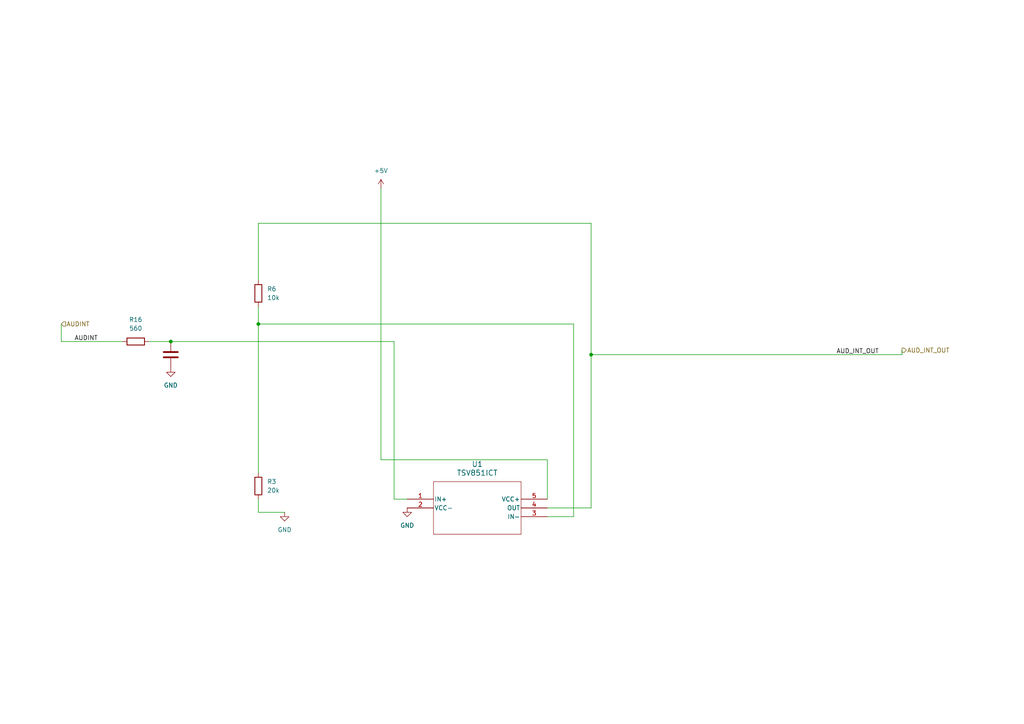
<source format=kicad_sch>
(kicad_sch
	(version 20250114)
	(generator "eeschema")
	(generator_version "9.0")
	(uuid "0d9d09b5-90ba-4c19-8042-ba33067acef6")
	(paper "A4")
	(lib_symbols
		(symbol "Device:C"
			(pin_numbers
				(hide yes)
			)
			(pin_names
				(offset 0.254)
			)
			(exclude_from_sim no)
			(in_bom yes)
			(on_board yes)
			(property "Reference" "C"
				(at 0.635 2.54 0)
				(effects
					(font
						(size 1.27 1.27)
					)
					(justify left)
				)
			)
			(property "Value" "C"
				(at 0.635 -2.54 0)
				(effects
					(font
						(size 1.27 1.27)
					)
					(justify left)
				)
			)
			(property "Footprint" ""
				(at 0.9652 -3.81 0)
				(effects
					(font
						(size 1.27 1.27)
					)
					(hide yes)
				)
			)
			(property "Datasheet" "~"
				(at 0 0 0)
				(effects
					(font
						(size 1.27 1.27)
					)
					(hide yes)
				)
			)
			(property "Description" "Unpolarized capacitor"
				(at 0 0 0)
				(effects
					(font
						(size 1.27 1.27)
					)
					(hide yes)
				)
			)
			(property "ki_keywords" "cap capacitor"
				(at 0 0 0)
				(effects
					(font
						(size 1.27 1.27)
					)
					(hide yes)
				)
			)
			(property "ki_fp_filters" "C_*"
				(at 0 0 0)
				(effects
					(font
						(size 1.27 1.27)
					)
					(hide yes)
				)
			)
			(symbol "C_0_1"
				(polyline
					(pts
						(xy -2.032 0.762) (xy 2.032 0.762)
					)
					(stroke
						(width 0.508)
						(type default)
					)
					(fill
						(type none)
					)
				)
				(polyline
					(pts
						(xy -2.032 -0.762) (xy 2.032 -0.762)
					)
					(stroke
						(width 0.508)
						(type default)
					)
					(fill
						(type none)
					)
				)
			)
			(symbol "C_1_1"
				(pin passive line
					(at 0 3.81 270)
					(length 2.794)
					(name "~"
						(effects
							(font
								(size 1.27 1.27)
							)
						)
					)
					(number "1"
						(effects
							(font
								(size 1.27 1.27)
							)
						)
					)
				)
				(pin passive line
					(at 0 -3.81 90)
					(length 2.794)
					(name "~"
						(effects
							(font
								(size 1.27 1.27)
							)
						)
					)
					(number "2"
						(effects
							(font
								(size 1.27 1.27)
							)
						)
					)
				)
			)
			(embedded_fonts no)
		)
		(symbol "Device:R"
			(pin_numbers
				(hide yes)
			)
			(pin_names
				(offset 0)
			)
			(exclude_from_sim no)
			(in_bom yes)
			(on_board yes)
			(property "Reference" "R"
				(at 2.032 0 90)
				(effects
					(font
						(size 1.27 1.27)
					)
				)
			)
			(property "Value" "R"
				(at 0 0 90)
				(effects
					(font
						(size 1.27 1.27)
					)
				)
			)
			(property "Footprint" ""
				(at -1.778 0 90)
				(effects
					(font
						(size 1.27 1.27)
					)
					(hide yes)
				)
			)
			(property "Datasheet" "~"
				(at 0 0 0)
				(effects
					(font
						(size 1.27 1.27)
					)
					(hide yes)
				)
			)
			(property "Description" "Resistor"
				(at 0 0 0)
				(effects
					(font
						(size 1.27 1.27)
					)
					(hide yes)
				)
			)
			(property "ki_keywords" "R res resistor"
				(at 0 0 0)
				(effects
					(font
						(size 1.27 1.27)
					)
					(hide yes)
				)
			)
			(property "ki_fp_filters" "R_*"
				(at 0 0 0)
				(effects
					(font
						(size 1.27 1.27)
					)
					(hide yes)
				)
			)
			(symbol "R_0_1"
				(rectangle
					(start -1.016 -2.54)
					(end 1.016 2.54)
					(stroke
						(width 0.254)
						(type default)
					)
					(fill
						(type none)
					)
				)
			)
			(symbol "R_1_1"
				(pin passive line
					(at 0 3.81 270)
					(length 1.27)
					(name "~"
						(effects
							(font
								(size 1.27 1.27)
							)
						)
					)
					(number "1"
						(effects
							(font
								(size 1.27 1.27)
							)
						)
					)
				)
				(pin passive line
					(at 0 -3.81 90)
					(length 1.27)
					(name "~"
						(effects
							(font
								(size 1.27 1.27)
							)
						)
					)
					(number "2"
						(effects
							(font
								(size 1.27 1.27)
							)
						)
					)
				)
			)
			(embedded_fonts no)
		)
		(symbol "power:+5V"
			(power)
			(pin_numbers
				(hide yes)
			)
			(pin_names
				(offset 0)
				(hide yes)
			)
			(exclude_from_sim no)
			(in_bom yes)
			(on_board yes)
			(property "Reference" "#PWR"
				(at 0 -3.81 0)
				(effects
					(font
						(size 1.27 1.27)
					)
					(hide yes)
				)
			)
			(property "Value" "+5V"
				(at 0 3.556 0)
				(effects
					(font
						(size 1.27 1.27)
					)
				)
			)
			(property "Footprint" ""
				(at 0 0 0)
				(effects
					(font
						(size 1.27 1.27)
					)
					(hide yes)
				)
			)
			(property "Datasheet" ""
				(at 0 0 0)
				(effects
					(font
						(size 1.27 1.27)
					)
					(hide yes)
				)
			)
			(property "Description" "Power symbol creates a global label with name \"+5V\""
				(at 0 0 0)
				(effects
					(font
						(size 1.27 1.27)
					)
					(hide yes)
				)
			)
			(property "ki_keywords" "global power"
				(at 0 0 0)
				(effects
					(font
						(size 1.27 1.27)
					)
					(hide yes)
				)
			)
			(symbol "+5V_0_1"
				(polyline
					(pts
						(xy -0.762 1.27) (xy 0 2.54)
					)
					(stroke
						(width 0)
						(type default)
					)
					(fill
						(type none)
					)
				)
				(polyline
					(pts
						(xy 0 2.54) (xy 0.762 1.27)
					)
					(stroke
						(width 0)
						(type default)
					)
					(fill
						(type none)
					)
				)
				(polyline
					(pts
						(xy 0 0) (xy 0 2.54)
					)
					(stroke
						(width 0)
						(type default)
					)
					(fill
						(type none)
					)
				)
			)
			(symbol "+5V_1_1"
				(pin power_in line
					(at 0 0 90)
					(length 0)
					(name "~"
						(effects
							(font
								(size 1.27 1.27)
							)
						)
					)
					(number "1"
						(effects
							(font
								(size 1.27 1.27)
							)
						)
					)
				)
			)
			(embedded_fonts no)
		)
		(symbol "power:GND"
			(power)
			(pin_numbers
				(hide yes)
			)
			(pin_names
				(offset 0)
				(hide yes)
			)
			(exclude_from_sim no)
			(in_bom yes)
			(on_board yes)
			(property "Reference" "#PWR"
				(at 0 -6.35 0)
				(effects
					(font
						(size 1.27 1.27)
					)
					(hide yes)
				)
			)
			(property "Value" "GND"
				(at 0 -3.81 0)
				(effects
					(font
						(size 1.27 1.27)
					)
				)
			)
			(property "Footprint" ""
				(at 0 0 0)
				(effects
					(font
						(size 1.27 1.27)
					)
					(hide yes)
				)
			)
			(property "Datasheet" ""
				(at 0 0 0)
				(effects
					(font
						(size 1.27 1.27)
					)
					(hide yes)
				)
			)
			(property "Description" "Power symbol creates a global label with name \"GND\" , ground"
				(at 0 0 0)
				(effects
					(font
						(size 1.27 1.27)
					)
					(hide yes)
				)
			)
			(property "ki_keywords" "global power"
				(at 0 0 0)
				(effects
					(font
						(size 1.27 1.27)
					)
					(hide yes)
				)
			)
			(symbol "GND_0_1"
				(polyline
					(pts
						(xy 0 0) (xy 0 -1.27) (xy 1.27 -1.27) (xy 0 -2.54) (xy -1.27 -1.27) (xy 0 -1.27)
					)
					(stroke
						(width 0)
						(type default)
					)
					(fill
						(type none)
					)
				)
			)
			(symbol "GND_1_1"
				(pin power_in line
					(at 0 0 270)
					(length 0)
					(name "~"
						(effects
							(font
								(size 1.27 1.27)
							)
						)
					)
					(number "1"
						(effects
							(font
								(size 1.27 1.27)
							)
						)
					)
				)
			)
			(embedded_fonts no)
		)
		(symbol "tsv851:TSV851ICT"
			(pin_names
				(offset 0.254)
			)
			(exclude_from_sim no)
			(in_bom yes)
			(on_board yes)
			(property "Reference" "U"
				(at 20.32 10.16 0)
				(effects
					(font
						(size 1.524 1.524)
					)
				)
			)
			(property "Value" "TSV851ICT"
				(at 20.32 7.62 0)
				(effects
					(font
						(size 1.524 1.524)
					)
				)
			)
			(property "Footprint" "SC70_LMV821AICT_STM"
				(at 0 0 0)
				(effects
					(font
						(size 1.27 1.27)
						(italic yes)
					)
					(hide yes)
				)
			)
			(property "Datasheet" "TSV851ICT"
				(at 0 0 0)
				(effects
					(font
						(size 1.27 1.27)
						(italic yes)
					)
					(hide yes)
				)
			)
			(property "Description" ""
				(at 0 0 0)
				(effects
					(font
						(size 1.27 1.27)
					)
					(hide yes)
				)
			)
			(property "ki_locked" ""
				(at 0 0 0)
				(effects
					(font
						(size 1.27 1.27)
					)
				)
			)
			(property "ki_keywords" "TSV851ICT"
				(at 0 0 0)
				(effects
					(font
						(size 1.27 1.27)
					)
					(hide yes)
				)
			)
			(property "ki_fp_filters" "SC70_LMV821AICT_STM SC70_LMV821AICT_STM-M SC70_LMV821AICT_STM-L"
				(at 0 0 0)
				(effects
					(font
						(size 1.27 1.27)
					)
					(hide yes)
				)
			)
			(symbol "TSV851ICT_0_1"
				(polyline
					(pts
						(xy 7.62 5.08) (xy 7.62 -10.16)
					)
					(stroke
						(width 0.127)
						(type default)
					)
					(fill
						(type none)
					)
				)
				(polyline
					(pts
						(xy 7.62 -10.16) (xy 33.02 -10.16)
					)
					(stroke
						(width 0.127)
						(type default)
					)
					(fill
						(type none)
					)
				)
				(polyline
					(pts
						(xy 33.02 5.08) (xy 7.62 5.08)
					)
					(stroke
						(width 0.127)
						(type default)
					)
					(fill
						(type none)
					)
				)
				(polyline
					(pts
						(xy 33.02 -10.16) (xy 33.02 5.08)
					)
					(stroke
						(width 0.127)
						(type default)
					)
					(fill
						(type none)
					)
				)
				(pin input line
					(at 0 0 0)
					(length 7.62)
					(name "IN+"
						(effects
							(font
								(size 1.27 1.27)
							)
						)
					)
					(number "1"
						(effects
							(font
								(size 1.27 1.27)
							)
						)
					)
				)
				(pin power_in line
					(at 0 -2.54 0)
					(length 7.62)
					(name "VCC-"
						(effects
							(font
								(size 1.27 1.27)
							)
						)
					)
					(number "2"
						(effects
							(font
								(size 1.27 1.27)
							)
						)
					)
				)
				(pin power_in line
					(at 40.64 0 180)
					(length 7.62)
					(name "VCC+"
						(effects
							(font
								(size 1.27 1.27)
							)
						)
					)
					(number "5"
						(effects
							(font
								(size 1.27 1.27)
							)
						)
					)
				)
				(pin output line
					(at 40.64 -2.54 180)
					(length 7.62)
					(name "OUT"
						(effects
							(font
								(size 1.27 1.27)
							)
						)
					)
					(number "4"
						(effects
							(font
								(size 1.27 1.27)
							)
						)
					)
				)
				(pin input line
					(at 40.64 -5.08 180)
					(length 7.62)
					(name "IN-"
						(effects
							(font
								(size 1.27 1.27)
							)
						)
					)
					(number "3"
						(effects
							(font
								(size 1.27 1.27)
							)
						)
					)
				)
			)
			(embedded_fonts no)
		)
	)
	(junction
		(at 49.53 99.06)
		(diameter 0)
		(color 0 0 0 0)
		(uuid "91ab528f-a75f-4311-a7e7-31f8bc72cab0")
	)
	(junction
		(at 171.45 102.87)
		(diameter 0)
		(color 0 0 0 0)
		(uuid "d2e92a07-fe40-438f-b358-ee6add87b48e")
	)
	(junction
		(at 74.93 93.98)
		(diameter 0)
		(color 0 0 0 0)
		(uuid "d3d8af00-d6d3-4437-a8e7-73b84939e090")
	)
	(wire
		(pts
			(xy 171.45 102.87) (xy 171.45 64.77)
		)
		(stroke
			(width 0)
			(type default)
		)
		(uuid "01a5abd4-59cb-4e57-ab9d-a93201d5ed68")
	)
	(wire
		(pts
			(xy 17.78 93.98) (xy 17.78 99.06)
		)
		(stroke
			(width 0)
			(type default)
		)
		(uuid "03a22117-a2b8-4425-8c09-993bfbf4da9b")
	)
	(wire
		(pts
			(xy 114.3 99.06) (xy 114.3 144.78)
		)
		(stroke
			(width 0)
			(type default)
		)
		(uuid "04aba188-583b-4ced-963a-126b19a9530f")
	)
	(wire
		(pts
			(xy 74.93 93.98) (xy 166.37 93.98)
		)
		(stroke
			(width 0)
			(type default)
		)
		(uuid "057e5d30-a5f2-462c-8661-656f872c96e2")
	)
	(wire
		(pts
			(xy 110.49 133.35) (xy 158.75 133.35)
		)
		(stroke
			(width 0)
			(type default)
		)
		(uuid "076aa222-e6f3-43d4-90f8-b62e4c7295e0")
	)
	(wire
		(pts
			(xy 110.49 54.61) (xy 110.49 133.35)
		)
		(stroke
			(width 0)
			(type default)
		)
		(uuid "08aeaa19-a7bb-4435-b24d-d8430e40c92c")
	)
	(wire
		(pts
			(xy 74.93 93.98) (xy 74.93 137.16)
		)
		(stroke
			(width 0)
			(type default)
		)
		(uuid "26ce84dc-8e8a-4a5a-af26-0a3b95352067")
	)
	(wire
		(pts
			(xy 171.45 102.87) (xy 261.62 102.87)
		)
		(stroke
			(width 0)
			(type default)
		)
		(uuid "35a0aa94-12a2-4e72-8524-9dd134f96356")
	)
	(wire
		(pts
			(xy 74.93 144.78) (xy 74.93 148.59)
		)
		(stroke
			(width 0)
			(type default)
		)
		(uuid "3677360b-b8b0-4947-875f-a0143a0ae3fb")
	)
	(wire
		(pts
			(xy 74.93 148.59) (xy 82.55 148.59)
		)
		(stroke
			(width 0)
			(type default)
		)
		(uuid "3d8cbd8f-1ead-4f68-a267-f1b354b6c9b1")
	)
	(wire
		(pts
			(xy 114.3 99.06) (xy 49.53 99.06)
		)
		(stroke
			(width 0)
			(type default)
		)
		(uuid "59254078-801c-4b19-a81c-23a85b7803d0")
	)
	(wire
		(pts
			(xy 158.75 149.86) (xy 166.37 149.86)
		)
		(stroke
			(width 0)
			(type default)
		)
		(uuid "8ab3e51a-ff76-4d0a-858a-58b4f2f866b4")
	)
	(wire
		(pts
			(xy 171.45 147.32) (xy 158.75 147.32)
		)
		(stroke
			(width 0)
			(type default)
		)
		(uuid "9deb6be0-2e18-4fd8-8cff-87b82c85a4b2")
	)
	(wire
		(pts
			(xy 43.18 99.06) (xy 49.53 99.06)
		)
		(stroke
			(width 0)
			(type default)
		)
		(uuid "afb3cf30-190c-42b7-bbf4-4f683d94be50")
	)
	(wire
		(pts
			(xy 166.37 149.86) (xy 166.37 93.98)
		)
		(stroke
			(width 0)
			(type default)
		)
		(uuid "c0be42e2-b098-4ae1-9fd6-b649ba30240a")
	)
	(wire
		(pts
			(xy 171.45 102.87) (xy 171.45 147.32)
		)
		(stroke
			(width 0)
			(type default)
		)
		(uuid "c94a8465-7a1b-4d2e-b703-2a10f61372e8")
	)
	(wire
		(pts
			(xy 171.45 64.77) (xy 74.93 64.77)
		)
		(stroke
			(width 0)
			(type default)
		)
		(uuid "d89f6494-350c-464e-8d21-f3616a96f7f1")
	)
	(wire
		(pts
			(xy 261.62 102.87) (xy 261.62 101.6)
		)
		(stroke
			(width 0)
			(type default)
		)
		(uuid "dc386098-1069-4fcb-b211-1f3f9c02a902")
	)
	(wire
		(pts
			(xy 17.78 99.06) (xy 35.56 99.06)
		)
		(stroke
			(width 0)
			(type default)
		)
		(uuid "e03dca6a-88fe-4f4c-887c-5227942d3158")
	)
	(wire
		(pts
			(xy 158.75 133.35) (xy 158.75 144.78)
		)
		(stroke
			(width 0)
			(type default)
		)
		(uuid "e7db7282-a463-4177-b53e-237ad41b1bcb")
	)
	(wire
		(pts
			(xy 114.3 144.78) (xy 118.11 144.78)
		)
		(stroke
			(width 0)
			(type default)
		)
		(uuid "fb3b38f0-4ec6-49ca-9859-5e5b115af33a")
	)
	(wire
		(pts
			(xy 74.93 64.77) (xy 74.93 81.28)
		)
		(stroke
			(width 0)
			(type default)
		)
		(uuid "fe24b9df-9c38-4753-966d-73527e99ee7b")
	)
	(wire
		(pts
			(xy 74.93 88.9) (xy 74.93 93.98)
		)
		(stroke
			(width 0)
			(type default)
		)
		(uuid "fea062ec-c9de-4cd9-af71-82c2c16d98ea")
	)
	(label "AUD_INT_OUT"
		(at 242.57 102.87 0)
		(effects
			(font
				(size 1.27 1.27)
			)
			(justify left bottom)
		)
		(uuid "0d37b8ce-306f-443c-9050-f03bb263ed67")
	)
	(label "AUDINT"
		(at 21.59 99.06 0)
		(effects
			(font
				(size 1.27 1.27)
			)
			(justify left bottom)
		)
		(uuid "6653fa70-748c-4606-b84e-d343e318c4da")
	)
	(hierarchical_label "AUD_INT_OUT"
		(shape output)
		(at 261.62 101.6 0)
		(effects
			(font
				(size 1.27 1.27)
			)
			(justify left)
		)
		(uuid "08f13941-54e1-4749-8f73-e4446cf9793a")
	)
	(hierarchical_label "AUDINT"
		(shape input)
		(at 17.78 93.98 0)
		(effects
			(font
				(size 1.27 1.27)
			)
			(justify left)
		)
		(uuid "f6aa412d-efee-4126-8bc2-afdc71ad7adb")
	)
	(symbol
		(lib_id "Device:C")
		(at 49.53 102.87 0)
		(unit 1)
		(exclude_from_sim no)
		(in_bom yes)
		(on_board yes)
		(dnp no)
		(fields_autoplaced yes)
		(uuid "0d7769d6-22f7-4d9e-9c65-6dc69e3e666b")
		(property "Reference" "C2"
			(at 53.34 101.5999 0)
			(effects
				(font
					(size 1.27 1.27)
				)
				(justify left)
				(hide yes)
			)
		)
		(property "Value" "18nF"
			(at 53.34 104.1399 0)
			(effects
				(font
					(size 1.27 1.27)
				)
				(justify left)
				(hide yes)
			)
		)
		(property "Footprint" "Capacitor_SMD:C_0603_1608Metric"
			(at 50.4952 106.68 0)
			(effects
				(font
					(size 1.27 1.27)
				)
				(hide yes)
			)
		)
		(property "Datasheet" "~"
			(at 49.53 102.87 0)
			(effects
				(font
					(size 1.27 1.27)
				)
				(hide yes)
			)
		)
		(property "Description" "Unpolarized capacitor"
			(at 49.53 102.87 0)
			(effects
				(font
					(size 1.27 1.27)
				)
				(hide yes)
			)
		)
		(pin "1"
			(uuid "9caff73f-e188-47ff-90e1-4a4820896c5e")
		)
		(pin "2"
			(uuid "0d77c015-ce01-4db6-9d02-e8f9b41df8ef")
		)
		(instances
			(project ""
				(path "/f8f92944-710a-49a0-a698-f840e5f20e15/82ba8f9b-a44c-4965-afdf-636054a8ceef"
					(reference "C2")
					(unit 1)
				)
			)
		)
	)
	(symbol
		(lib_id "tsv851:TSV851ICT")
		(at 118.11 144.78 0)
		(unit 1)
		(exclude_from_sim no)
		(in_bom yes)
		(on_board yes)
		(dnp no)
		(fields_autoplaced yes)
		(uuid "0eb9b328-ceea-4b46-829a-65eaff5e138d")
		(property "Reference" "U1"
			(at 138.43 134.62 0)
			(effects
				(font
					(size 1.524 1.524)
				)
			)
		)
		(property "Value" "TSV851ICT"
			(at 138.43 137.16 0)
			(effects
				(font
					(size 1.524 1.524)
				)
			)
		)
		(property "Footprint" "tsv851:SC70_LMV821AICT_STM"
			(at 118.11 144.78 0)
			(effects
				(font
					(size 1.27 1.27)
					(italic yes)
				)
				(hide yes)
			)
		)
		(property "Datasheet" "TSV851ICT"
			(at 118.11 144.78 0)
			(effects
				(font
					(size 1.27 1.27)
					(italic yes)
				)
				(hide yes)
			)
		)
		(property "Description" ""
			(at 118.11 144.78 0)
			(effects
				(font
					(size 1.27 1.27)
				)
				(hide yes)
			)
		)
		(pin "5"
			(uuid "1fe81bf5-e9c0-4c17-98fe-108ad0bbc828")
		)
		(pin "2"
			(uuid "ab10f585-32f9-47b6-b694-b82400b9da94")
		)
		(pin "1"
			(uuid "831bf945-ba8b-4f0f-8861-0db5ecb815c7")
		)
		(pin "3"
			(uuid "0427560b-a0ee-4045-862b-beb147ddbc39")
		)
		(pin "4"
			(uuid "dd0f1532-61fe-4e14-baf3-b66bf4535da9")
		)
		(instances
			(project ""
				(path "/f8f92944-710a-49a0-a698-f840e5f20e15/82ba8f9b-a44c-4965-afdf-636054a8ceef"
					(reference "U1")
					(unit 1)
				)
			)
		)
	)
	(symbol
		(lib_id "power:GND")
		(at 118.11 147.32 0)
		(unit 1)
		(exclude_from_sim no)
		(in_bom yes)
		(on_board yes)
		(dnp no)
		(fields_autoplaced yes)
		(uuid "219bcc87-37ab-4b6b-8f9a-7a3fd8ac6e54")
		(property "Reference" "#PWR019"
			(at 118.11 153.67 0)
			(effects
				(font
					(size 1.27 1.27)
				)
				(hide yes)
			)
		)
		(property "Value" "GND"
			(at 118.11 152.4 0)
			(effects
				(font
					(size 1.27 1.27)
				)
			)
		)
		(property "Footprint" ""
			(at 118.11 147.32 0)
			(effects
				(font
					(size 1.27 1.27)
				)
				(hide yes)
			)
		)
		(property "Datasheet" ""
			(at 118.11 147.32 0)
			(effects
				(font
					(size 1.27 1.27)
				)
				(hide yes)
			)
		)
		(property "Description" "Power symbol creates a global label with name \"GND\" , ground"
			(at 118.11 147.32 0)
			(effects
				(font
					(size 1.27 1.27)
				)
				(hide yes)
			)
		)
		(pin "1"
			(uuid "de90002e-7491-4777-b3d2-e288c12adf76")
		)
		(instances
			(project "pokeymin1"
				(path "/f8f92944-710a-49a0-a698-f840e5f20e15/82ba8f9b-a44c-4965-afdf-636054a8ceef"
					(reference "#PWR019")
					(unit 1)
				)
			)
		)
	)
	(symbol
		(lib_id "power:+5V")
		(at 110.49 54.61 0)
		(unit 1)
		(exclude_from_sim no)
		(in_bom yes)
		(on_board yes)
		(dnp no)
		(fields_autoplaced yes)
		(uuid "323efa29-a9a5-4f20-a1ad-ff615af34381")
		(property "Reference" "#PWR04"
			(at 110.49 58.42 0)
			(effects
				(font
					(size 1.27 1.27)
				)
				(hide yes)
			)
		)
		(property "Value" "+5V"
			(at 110.49 49.53 0)
			(effects
				(font
					(size 1.27 1.27)
				)
			)
		)
		(property "Footprint" ""
			(at 110.49 54.61 0)
			(effects
				(font
					(size 1.27 1.27)
				)
				(hide yes)
			)
		)
		(property "Datasheet" ""
			(at 110.49 54.61 0)
			(effects
				(font
					(size 1.27 1.27)
				)
				(hide yes)
			)
		)
		(property "Description" "Power symbol creates a global label with name \"+5V\""
			(at 110.49 54.61 0)
			(effects
				(font
					(size 1.27 1.27)
				)
				(hide yes)
			)
		)
		(pin "1"
			(uuid "dcf85c45-1491-4d75-af28-c34e728499ad")
		)
		(instances
			(project ""
				(path "/f8f92944-710a-49a0-a698-f840e5f20e15/82ba8f9b-a44c-4965-afdf-636054a8ceef"
					(reference "#PWR04")
					(unit 1)
				)
			)
		)
	)
	(symbol
		(lib_id "power:GND")
		(at 49.53 106.68 0)
		(unit 1)
		(exclude_from_sim no)
		(in_bom yes)
		(on_board yes)
		(dnp no)
		(uuid "366dec4c-a197-48e9-8aab-228c54238fed")
		(property "Reference" "#PWR05"
			(at 49.53 113.03 0)
			(effects
				(font
					(size 1.27 1.27)
				)
				(hide yes)
			)
		)
		(property "Value" "GND"
			(at 49.53 111.76 0)
			(effects
				(font
					(size 1.27 1.27)
				)
			)
		)
		(property "Footprint" ""
			(at 49.53 106.68 0)
			(effects
				(font
					(size 1.27 1.27)
				)
				(hide yes)
			)
		)
		(property "Datasheet" ""
			(at 49.53 106.68 0)
			(effects
				(font
					(size 1.27 1.27)
				)
				(hide yes)
			)
		)
		(property "Description" "Power symbol creates a global label with name \"GND\" , ground"
			(at 49.53 106.68 0)
			(effects
				(font
					(size 1.27 1.27)
				)
				(hide yes)
			)
		)
		(pin "1"
			(uuid "e050c6a1-901e-4f6f-a43e-673485c14f00")
		)
		(instances
			(project "pokeymax4b"
				(path "/f8f92944-710a-49a0-a698-f840e5f20e15/82ba8f9b-a44c-4965-afdf-636054a8ceef"
					(reference "#PWR05")
					(unit 1)
				)
			)
		)
	)
	(symbol
		(lib_id "Device:R")
		(at 39.37 99.06 90)
		(unit 1)
		(exclude_from_sim no)
		(in_bom yes)
		(on_board yes)
		(dnp no)
		(fields_autoplaced yes)
		(uuid "56b6209e-449e-4e2f-90ee-5c85bd8a93bd")
		(property "Reference" "R16"
			(at 39.37 92.71 90)
			(effects
				(font
					(size 1.27 1.27)
				)
			)
		)
		(property "Value" "560"
			(at 39.37 95.25 90)
			(effects
				(font
					(size 1.27 1.27)
				)
			)
		)
		(property "Footprint" "Resistor_SMD:R_0603_1608Metric"
			(at 39.37 100.838 90)
			(effects
				(font
					(size 1.27 1.27)
				)
				(hide yes)
			)
		)
		(property "Datasheet" "~"
			(at 39.37 99.06 0)
			(effects
				(font
					(size 1.27 1.27)
				)
				(hide yes)
			)
		)
		(property "Description" "Resistor"
			(at 39.37 99.06 0)
			(effects
				(font
					(size 1.27 1.27)
				)
				(hide yes)
			)
		)
		(pin "2"
			(uuid "28bad2f4-2cc9-4337-9818-4f76462eaf70")
		)
		(pin "1"
			(uuid "4dde1e6a-0c10-4143-ab12-10274a1aa13d")
		)
		(instances
			(project ""
				(path "/f8f92944-710a-49a0-a698-f840e5f20e15/82ba8f9b-a44c-4965-afdf-636054a8ceef"
					(reference "R16")
					(unit 1)
				)
			)
		)
	)
	(symbol
		(lib_id "Device:R")
		(at 74.93 85.09 0)
		(unit 1)
		(exclude_from_sim no)
		(in_bom yes)
		(on_board yes)
		(dnp no)
		(fields_autoplaced yes)
		(uuid "7c412988-2e47-4d71-91bf-eb9f6c99ac62")
		(property "Reference" "R6"
			(at 77.47 83.8199 0)
			(effects
				(font
					(size 1.27 1.27)
				)
				(justify left)
			)
		)
		(property "Value" "10k"
			(at 77.47 86.3599 0)
			(effects
				(font
					(size 1.27 1.27)
				)
				(justify left)
			)
		)
		(property "Footprint" "Resistor_SMD:R_0603_1608Metric"
			(at 73.152 85.09 90)
			(effects
				(font
					(size 1.27 1.27)
				)
				(hide yes)
			)
		)
		(property "Datasheet" "~"
			(at 74.93 85.09 0)
			(effects
				(font
					(size 1.27 1.27)
				)
				(hide yes)
			)
		)
		(property "Description" "Resistor"
			(at 74.93 85.09 0)
			(effects
				(font
					(size 1.27 1.27)
				)
				(hide yes)
			)
		)
		(pin "2"
			(uuid "46a481d3-69e5-4a90-aec7-72116a81db2c")
		)
		(pin "1"
			(uuid "5a243ee3-786f-464f-b55d-d26312f39305")
		)
		(instances
			(project "pokeymax4b"
				(path "/f8f92944-710a-49a0-a698-f840e5f20e15/82ba8f9b-a44c-4965-afdf-636054a8ceef"
					(reference "R6")
					(unit 1)
				)
			)
		)
	)
	(symbol
		(lib_id "Device:R")
		(at 74.93 140.97 0)
		(unit 1)
		(exclude_from_sim no)
		(in_bom yes)
		(on_board yes)
		(dnp no)
		(fields_autoplaced yes)
		(uuid "b0e15c75-3914-4648-a9ee-70e683bd0713")
		(property "Reference" "R3"
			(at 77.47 139.6999 0)
			(effects
				(font
					(size 1.27 1.27)
				)
				(justify left)
			)
		)
		(property "Value" "20k"
			(at 77.47 142.2399 0)
			(effects
				(font
					(size 1.27 1.27)
				)
				(justify left)
			)
		)
		(property "Footprint" "Resistor_SMD:R_0603_1608Metric"
			(at 73.152 140.97 90)
			(effects
				(font
					(size 1.27 1.27)
				)
				(hide yes)
			)
		)
		(property "Datasheet" "~"
			(at 74.93 140.97 0)
			(effects
				(font
					(size 1.27 1.27)
				)
				(hide yes)
			)
		)
		(property "Description" "Resistor"
			(at 74.93 140.97 0)
			(effects
				(font
					(size 1.27 1.27)
				)
				(hide yes)
			)
		)
		(pin "2"
			(uuid "0fae5604-1894-4cd1-89ee-f53c879e1514")
		)
		(pin "1"
			(uuid "91aa466c-1a28-4f05-ba8f-35d59d7976ba")
		)
		(instances
			(project ""
				(path "/f8f92944-710a-49a0-a698-f840e5f20e15/82ba8f9b-a44c-4965-afdf-636054a8ceef"
					(reference "R3")
					(unit 1)
				)
			)
		)
	)
	(symbol
		(lib_id "power:GND")
		(at 82.55 148.59 0)
		(unit 1)
		(exclude_from_sim no)
		(in_bom yes)
		(on_board yes)
		(dnp no)
		(fields_autoplaced yes)
		(uuid "bf015750-aca9-416b-a6c3-bdf6c2b50dca")
		(property "Reference" "#PWR03"
			(at 82.55 154.94 0)
			(effects
				(font
					(size 1.27 1.27)
				)
				(hide yes)
			)
		)
		(property "Value" "GND"
			(at 82.55 153.67 0)
			(effects
				(font
					(size 1.27 1.27)
				)
			)
		)
		(property "Footprint" ""
			(at 82.55 148.59 0)
			(effects
				(font
					(size 1.27 1.27)
				)
				(hide yes)
			)
		)
		(property "Datasheet" ""
			(at 82.55 148.59 0)
			(effects
				(font
					(size 1.27 1.27)
				)
				(hide yes)
			)
		)
		(property "Description" "Power symbol creates a global label with name \"GND\" , ground"
			(at 82.55 148.59 0)
			(effects
				(font
					(size 1.27 1.27)
				)
				(hide yes)
			)
		)
		(pin "1"
			(uuid "45320c35-9845-4821-9334-435a25c264d6")
		)
		(instances
			(project ""
				(path "/f8f92944-710a-49a0-a698-f840e5f20e15/82ba8f9b-a44c-4965-afdf-636054a8ceef"
					(reference "#PWR03")
					(unit 1)
				)
			)
		)
	)
)

</source>
